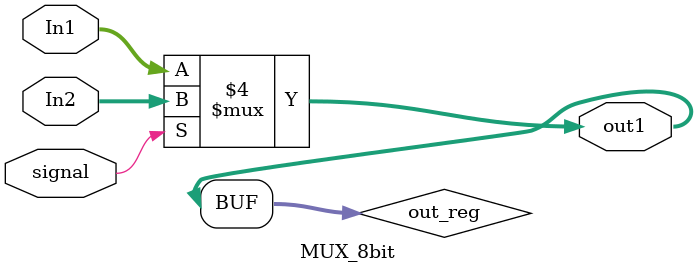
<source format=v>
`timescale 1ns / 1ps
module MUX_8bit(
    input [7:0] In1,
    input [7:0] In2,
    input signal,
    output [7:0] out1
    );
	 
	 reg[7:0] out_reg;
	 
	 assign out1 = out_reg;
	 
	 always@(In1 or In2 or signal)
		begin
			if(signal == 0) begin
				out_reg = In1;
			end else begin
				out_reg = In2;
			end
		end
		
endmodule

</source>
